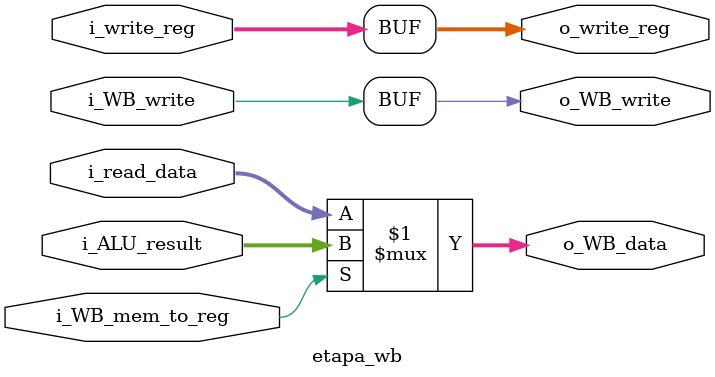
<source format=v>
module etapa_wb (
    input wire [ 4:0] i_write_reg,   // registro de destino donde se escriben los resultados en WB
    input wire [31:0] i_ALU_result,
    input wire [31:0] i_read_data,   // data leida de memoria

    // senales de control (input)
    input wire i_WB_write,  // si 1 la instruccion escribe en el banco de registros
    input wire i_WB_mem_to_reg,  // si 0 guardo el valor de MEM (load) sino el valor de ALU (tipo R)

    // salidas de la etapa
    output wire [4:0] o_write_reg,  // registro de destino donde se escriben los resultados en WB
    output wire [31:0] o_WB_data,  // data que se escribe en el banco de registros
    output wire o_WB_write  // si 1 la instruccion escribe en el banco de registros
);

  assign o_write_reg = i_write_reg;
  assign o_WB_data   = i_WB_mem_to_reg ? i_ALU_result : i_read_data;
  assign o_WB_write  = i_WB_write;

endmodule

</source>
